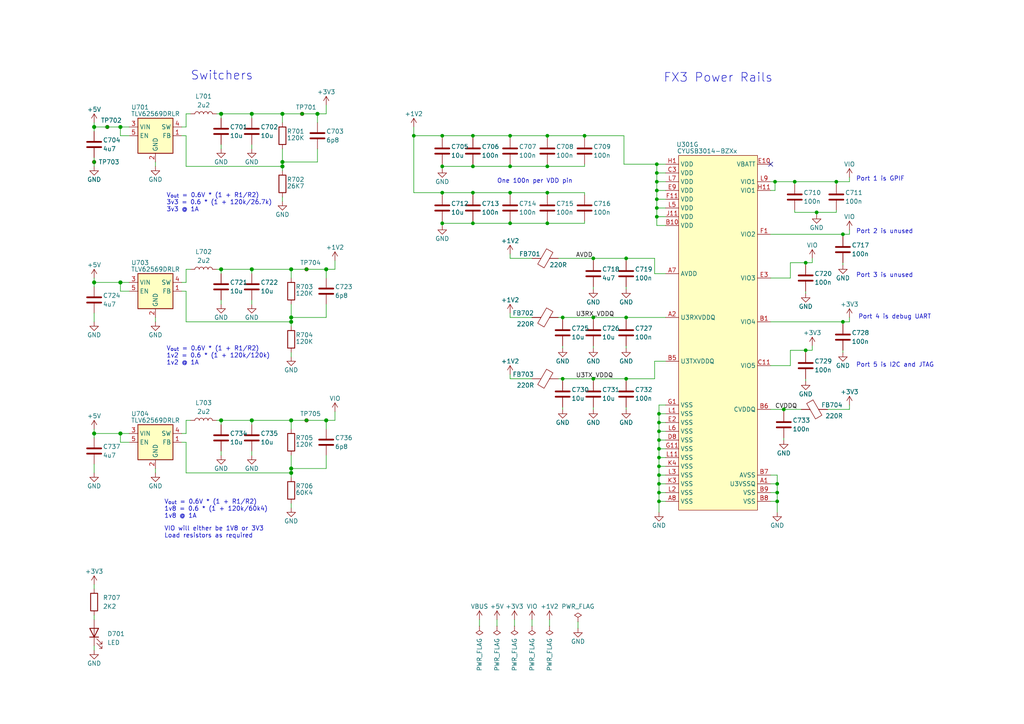
<source format=kicad_sch>
(kicad_sch (version 20211123) (generator eeschema)
  (paper "A4")
  (title_block (title "Voyager Logic") (date "2022-11-26") (rev "0.1") (company "Josh Johnson"))
  (junction (at 137.16 39.37))
  (junction (at 64.135 121.92) (diameter 1.016))
  (junction (at 236.855 61.595))
  (junction (at 84.455 92.075) (diameter 1.016))
  (junction (at 137.16 55.88))
  (junction (at 181.61 74.93))
  (junction (at 128.27 48.26))
  (junction (at 191.135 145.415))
  (junction (at 191.135 120.015))
  (junction (at 158.75 55.88))
  (junction (at 190.5 62.865))
  (junction (at 230.505 52.705))
  (junction (at 73.025 121.92) (diameter 1.016))
  (junction (at 158.75 64.77))
  (junction (at 169.545 39.37))
  (junction (at 81.915 46.99) (diameter 1.016))
  (junction (at 191.135 135.255))
  (junction (at 147.955 39.37))
  (junction (at 233.68 101.6))
  (junction (at 128.27 39.37))
  (junction (at 191.135 132.715))
  (junction (at 84.455 78.105) (diameter 1.016))
  (junction (at 181.61 109.855))
  (junction (at 225.425 140.335))
  (junction (at 84.455 137.16) (diameter 1.016))
  (junction (at 191.135 142.875))
  (junction (at 31.115 36.83))
  (junction (at 227.33 118.745))
  (junction (at 73.025 78.105) (diameter 1.016))
  (junction (at 128.27 64.77))
  (junction (at 147.955 64.77))
  (junction (at 172.085 74.93))
  (junction (at 191.135 130.175))
  (junction (at 81.915 48.26) (diameter 1.016))
  (junction (at 64.135 33.02) (diameter 1.016))
  (junction (at 158.75 39.37))
  (junction (at 137.16 48.26))
  (junction (at 34.925 125.73) (diameter 1.016))
  (junction (at 147.955 48.26))
  (junction (at 191.135 137.795))
  (junction (at 92.075 33.02) (diameter 1.016))
  (junction (at 34.925 81.915) (diameter 1.016))
  (junction (at 172.085 109.855))
  (junction (at 87.63 33.02))
  (junction (at 224.79 52.705))
  (junction (at 84.455 135.89) (diameter 1.016))
  (junction (at 191.135 127.635))
  (junction (at 244.475 93.345))
  (junction (at 244.475 67.945))
  (junction (at 190.5 47.625))
  (junction (at 84.455 121.92) (diameter 1.016))
  (junction (at 225.425 142.875))
  (junction (at 163.195 109.855))
  (junction (at 27.305 36.83) (diameter 1.016))
  (junction (at 163.195 92.075))
  (junction (at 27.305 81.915) (diameter 1.016))
  (junction (at 94.615 121.92) (diameter 1.016))
  (junction (at 64.135 78.105) (diameter 1.016))
  (junction (at 158.75 48.26))
  (junction (at 190.5 50.165))
  (junction (at 191.135 122.555))
  (junction (at 191.135 125.095))
  (junction (at 190.5 52.705))
  (junction (at 88.9 78.105))
  (junction (at 84.455 93.345) (diameter 1.016))
  (junction (at 233.68 76.2))
  (junction (at 73.025 33.02) (diameter 1.016))
  (junction (at 181.61 92.075))
  (junction (at 34.925 36.83) (diameter 1.016))
  (junction (at 81.915 33.02) (diameter 1.016))
  (junction (at 27.305 125.73) (diameter 1.016))
  (junction (at 137.16 64.77))
  (junction (at 225.425 145.415))
  (junction (at 88.9 121.92))
  (junction (at 190.5 55.245))
  (junction (at 191.135 140.335))
  (junction (at 172.085 92.075))
  (junction (at 120.015 39.37))
  (junction (at 147.955 55.88))
  (junction (at 27.305 46.99))
  (junction (at 128.27 55.88))
  (junction (at 94.615 78.105) (diameter 1.016))
  (junction (at 242.57 52.705))
  (junction (at 190.5 60.325))
  (junction (at 190.5 57.785))
  (no_connect (at 223.52 47.625))
  (wire (pts (xy 235.585 74.93) (xy 235.585 76.2)))
  (wire (pts (xy 191.135 120.015) (xy 191.135 122.555)))
  (wire (pts (xy 149.225 179.705) (xy 149.225 181.61)))
  (wire (pts (xy 84.455 102.235) (xy 84.455 103.505)))
  (wire (pts (xy 128.27 39.37) (xy 128.27 40.005)))
  (wire (pts (xy 27.305 169.545) (xy 27.305 170.815)))
  (wire (pts (xy 181.61 74.93) (xy 189.865 74.93)))
  (wire (pts (xy 172.085 83.185) (xy 172.085 83.82)))
  (wire (pts (xy 94.615 78.105) (xy 94.615 80.645)))
  (wire (pts (xy 81.915 33.02) (xy 87.63 33.02)))
  (wire (pts (xy 62.865 33.02) (xy 64.135 33.02)))
  (wire (pts (xy 94.615 121.92) (xy 97.155 121.92)))
  (wire (pts (xy 87.63 33.02) (xy 92.075 33.02)))
  (wire (pts (xy 27.305 134.62) (xy 27.305 137.16)))
  (wire (pts (xy 224.79 52.705) (xy 230.505 52.705)))
  (wire (pts (xy 53.975 84.455) (xy 53.975 93.345)))
  (wire (pts (xy 246.38 51.435) (xy 246.38 52.705)))
  (wire (pts (xy 128.27 55.88) (xy 128.27 56.515)))
  (wire (pts (xy 163.195 109.855) (xy 161.925 109.855)))
  (wire (pts (xy 137.16 55.88) (xy 128.27 55.88)))
  (wire (pts (xy 64.135 33.02) (xy 64.135 34.29)))
  (wire (pts (xy 172.085 74.93) (xy 172.085 75.565)))
  (wire (pts (xy 84.455 92.075) (xy 94.615 92.075)))
  (wire (pts (xy 53.975 39.37) (xy 53.975 48.26)))
  (wire (pts (xy 169.545 48.26) (xy 169.545 47.625)))
  (wire (pts (xy 73.025 130.81) (xy 73.025 132.08)))
  (wire (pts (xy 158.75 64.135) (xy 158.75 64.77)))
  (wire (pts (xy 244.475 101.6) (xy 244.475 102.235)))
  (wire (pts (xy 53.975 121.92) (xy 55.245 121.92)))
  (wire (pts (xy 191.135 125.095) (xy 191.135 127.635)))
  (wire (pts (xy 120.015 36.83) (xy 120.015 39.37)))
  (wire (pts (xy 64.135 41.91) (xy 64.135 43.18)))
  (wire (pts (xy 53.975 93.345) (xy 84.455 93.345)))
  (wire (pts (xy 169.545 40.005) (xy 169.545 39.37)))
  (wire (pts (xy 97.155 121.92) (xy 97.155 119.38)))
  (wire (pts (xy 84.455 137.16) (xy 84.455 138.43)))
  (wire (pts (xy 128.27 55.88) (xy 120.015 55.88)))
  (wire (pts (xy 240.03 118.745) (xy 246.38 118.745)))
  (wire (pts (xy 181.61 109.855) (xy 181.61 110.49)))
  (wire (pts (xy 223.52 93.345) (xy 244.475 93.345)))
  (wire (pts (xy 147.955 73.66) (xy 147.955 74.93)))
  (wire (pts (xy 172.085 118.11) (xy 172.085 118.745)))
  (wire (pts (xy 233.68 101.6) (xy 233.68 102.235)))
  (wire (pts (xy 180.975 47.625) (xy 180.975 39.37)))
  (wire (pts (xy 27.305 125.73) (xy 27.305 127)))
  (wire (pts (xy 244.475 93.345) (xy 244.475 93.98)))
  (wire (pts (xy 92.075 33.02) (xy 94.615 33.02)))
  (wire (pts (xy 137.16 48.26) (xy 147.955 48.26)))
  (wire (pts (xy 236.855 61.595) (xy 242.57 61.595)))
  (wire (pts (xy 193.04 125.095) (xy 191.135 125.095)))
  (wire (pts (xy 34.925 84.455) (xy 34.925 81.915)))
  (wire (pts (xy 190.5 47.625) (xy 193.04 47.625)))
  (wire (pts (xy 223.52 140.335) (xy 225.425 140.335)))
  (wire (pts (xy 147.955 108.585) (xy 147.955 109.855)))
  (wire (pts (xy 137.16 55.88) (xy 137.16 56.515)))
  (wire (pts (xy 27.305 124.46) (xy 27.305 125.73)))
  (wire (pts (xy 147.955 64.77) (xy 158.75 64.77)))
  (wire (pts (xy 180.975 39.37) (xy 169.545 39.37)))
  (wire (pts (xy 53.975 78.105) (xy 55.245 78.105)))
  (wire (pts (xy 81.915 46.99) (xy 92.075 46.99)))
  (wire (pts (xy 169.545 56.515) (xy 169.545 55.88)))
  (wire (pts (xy 181.61 92.075) (xy 172.085 92.075)))
  (wire (pts (xy 34.925 125.73) (xy 37.465 125.73)))
  (wire (pts (xy 128.27 64.77) (xy 137.16 64.77)))
  (wire (pts (xy 53.975 128.27) (xy 53.975 137.16)))
  (wire (pts (xy 244.475 67.945) (xy 246.38 67.945)))
  (wire (pts (xy 190.5 62.865) (xy 193.04 62.865)))
  (wire (pts (xy 181.61 83.185) (xy 181.61 83.82)))
  (wire (pts (xy 81.915 57.15) (xy 81.915 58.42)))
  (wire (pts (xy 52.705 125.73) (xy 53.975 125.73)))
  (wire (pts (xy 190.5 65.405) (xy 190.5 62.865)))
  (wire (pts (xy 190.5 57.785) (xy 193.04 57.785)))
  (wire (pts (xy 147.955 55.88) (xy 158.75 55.88)))
  (wire (pts (xy 147.955 39.37) (xy 158.75 39.37)))
  (wire (pts (xy 193.04 145.415) (xy 191.135 145.415)))
  (wire (pts (xy 233.68 76.2) (xy 233.68 76.835)))
  (wire (pts (xy 242.57 52.705) (xy 242.57 53.34)))
  (wire (pts (xy 225.425 145.415) (xy 225.425 148.59)))
  (wire (pts (xy 64.135 121.92) (xy 64.135 123.19)))
  (wire (pts (xy 45.085 46.99) (xy 45.085 48.26)))
  (wire (pts (xy 227.33 127) (xy 227.33 127.635)))
  (wire (pts (xy 52.705 81.915) (xy 53.975 81.915)))
  (wire (pts (xy 128.27 47.625) (xy 128.27 48.26)))
  (wire (pts (xy 147.955 39.37) (xy 137.16 39.37)))
  (wire (pts (xy 34.925 81.915) (xy 37.465 81.915)))
  (wire (pts (xy 190.5 60.325) (xy 193.04 60.325)))
  (wire (pts (xy 34.925 125.73) (xy 27.305 125.73)))
  (wire (pts (xy 144.145 179.705) (xy 144.145 181.61)))
  (wire (pts (xy 191.135 127.635) (xy 191.135 130.175)))
  (wire (pts (xy 229.235 101.6) (xy 233.68 101.6)))
  (wire (pts (xy 147.955 55.88) (xy 137.16 55.88)))
  (wire (pts (xy 193.04 117.475) (xy 191.135 117.475)))
  (wire (pts (xy 147.955 48.26) (xy 147.955 47.625)))
  (wire (pts (xy 193.04 142.875) (xy 191.135 142.875)))
  (wire (pts (xy 223.52 80.645) (xy 229.235 80.645)))
  (wire (pts (xy 225.425 142.875) (xy 225.425 145.415)))
  (wire (pts (xy 62.865 121.92) (xy 64.135 121.92)))
  (wire (pts (xy 92.075 33.02) (xy 92.075 35.56)))
  (wire (pts (xy 190.5 47.625) (xy 180.975 47.625)))
  (wire (pts (xy 223.52 145.415) (xy 225.425 145.415)))
  (wire (pts (xy 246.38 117.475) (xy 246.38 118.745)))
  (wire (pts (xy 227.33 118.745) (xy 232.41 118.745)))
  (wire (pts (xy 181.61 100.33) (xy 181.61 100.965)))
  (wire (pts (xy 81.915 43.18) (xy 81.915 46.99)))
  (wire (pts (xy 34.925 36.83) (xy 37.465 36.83)))
  (wire (pts (xy 52.705 39.37) (xy 53.975 39.37)))
  (wire (pts (xy 137.16 47.625) (xy 137.16 48.26)))
  (wire (pts (xy 128.27 64.77) (xy 128.27 65.405)))
  (wire (pts (xy 190.5 52.705) (xy 193.04 52.705)))
  (wire (pts (xy 37.465 128.27) (xy 34.925 128.27)))
  (wire (pts (xy 27.305 46.99) (xy 27.305 48.26)))
  (wire (pts (xy 191.135 117.475) (xy 191.135 120.015)))
  (wire (pts (xy 169.545 55.88) (xy 158.75 55.88)))
  (wire (pts (xy 181.61 92.075) (xy 181.61 92.71)))
  (wire (pts (xy 73.025 41.91) (xy 73.025 43.18)))
  (wire (pts (xy 64.135 33.02) (xy 73.025 33.02)))
  (wire (pts (xy 84.455 121.92) (xy 88.9 121.92)))
  (wire (pts (xy 193.04 79.375) (xy 189.865 79.375)))
  (wire (pts (xy 31.115 36.83) (xy 27.305 36.83)))
  (wire (pts (xy 224.79 55.245) (xy 223.52 55.245)))
  (wire (pts (xy 229.235 80.645) (xy 229.235 76.2)))
  (wire (pts (xy 92.075 46.99) (xy 92.075 43.18)))
  (wire (pts (xy 181.61 74.93) (xy 181.61 75.565)))
  (wire (pts (xy 53.975 48.26) (xy 81.915 48.26)))
  (wire (pts (xy 190.5 52.705) (xy 190.5 50.165)))
  (wire (pts (xy 81.915 46.99) (xy 81.915 48.26)))
  (wire (pts (xy 73.025 121.92) (xy 84.455 121.92)))
  (wire (pts (xy 27.305 187.325) (xy 27.305 188.595)))
  (wire (pts (xy 128.27 48.26) (xy 137.16 48.26)))
  (wire (pts (xy 191.135 122.555) (xy 191.135 125.095)))
  (wire (pts (xy 73.025 86.995) (xy 73.025 88.265)))
  (wire (pts (xy 191.135 137.795) (xy 191.135 140.335)))
  (wire (pts (xy 233.68 76.2) (xy 235.585 76.2)))
  (wire (pts (xy 161.925 74.93) (xy 172.085 74.93)))
  (wire (pts (xy 172.085 100.33) (xy 172.085 100.965)))
  (wire (pts (xy 84.455 146.05) (xy 84.455 147.32)))
  (wire (pts (xy 223.52 106.045) (xy 229.235 106.045)))
  (wire (pts (xy 193.04 130.175) (xy 191.135 130.175)))
  (wire (pts (xy 154.305 179.705) (xy 154.305 181.61)))
  (wire (pts (xy 193.04 132.715) (xy 191.135 132.715)))
  (wire (pts (xy 235.585 100.33) (xy 235.585 101.6)))
  (wire (pts (xy 97.155 78.105) (xy 97.155 75.565)))
  (wire (pts (xy 73.025 121.92) (xy 73.025 123.19)))
  (wire (pts (xy 158.75 48.26) (xy 169.545 48.26)))
  (wire (pts (xy 189.865 79.375) (xy 189.865 74.93)))
  (wire (pts (xy 242.57 60.96) (xy 242.57 61.595)))
  (wire (pts (xy 224.79 52.705) (xy 224.79 55.245)))
  (wire (pts (xy 158.75 55.88) (xy 158.75 56.515)))
  (wire (pts (xy 193.04 120.015) (xy 191.135 120.015)))
  (wire (pts (xy 190.5 62.865) (xy 190.5 60.325)))
  (wire (pts (xy 154.305 74.93) (xy 147.955 74.93)))
  (wire (pts (xy 84.455 78.105) (xy 88.9 78.105)))
  (wire (pts (xy 27.305 80.645) (xy 27.305 81.915)))
  (wire (pts (xy 158.75 64.77) (xy 169.545 64.77)))
  (wire (pts (xy 34.925 39.37) (xy 34.925 36.83)))
  (wire (pts (xy 73.025 33.02) (xy 73.025 34.29)))
  (wire (pts (xy 172.085 109.855) (xy 172.085 110.49)))
  (wire (pts (xy 230.505 52.705) (xy 230.505 53.34)))
  (wire (pts (xy 73.025 33.02) (xy 81.915 33.02)))
  (wire (pts (xy 225.425 137.795) (xy 225.425 140.335)))
  (wire (pts (xy 27.305 35.56) (xy 27.305 36.83)))
  (wire (pts (xy 84.455 93.345) (xy 84.455 94.615)))
  (wire (pts (xy 64.135 121.92) (xy 73.025 121.92)))
  (wire (pts (xy 230.505 60.96) (xy 230.505 61.595)))
  (wire (pts (xy 223.52 67.945) (xy 244.475 67.945)))
  (wire (pts (xy 158.75 47.625) (xy 158.75 48.26)))
  (wire (pts (xy 193.04 65.405) (xy 190.5 65.405)))
  (wire (pts (xy 169.545 39.37) (xy 158.75 39.37)))
  (wire (pts (xy 193.04 137.795) (xy 191.135 137.795)))
  (wire (pts (xy 181.61 92.075) (xy 193.04 92.075)))
  (wire (pts (xy 64.135 130.81) (xy 64.135 132.08)))
  (wire (pts (xy 88.9 121.92) (xy 94.615 121.92)))
  (wire (pts (xy 84.455 132.08) (xy 84.455 135.89)))
  (wire (pts (xy 169.545 64.77) (xy 169.545 64.135)))
  (wire (pts (xy 233.68 84.455) (xy 233.68 85.09)))
  (wire (pts (xy 53.975 125.73) (xy 53.975 121.92)))
  (wire (pts (xy 181.61 118.11) (xy 181.61 118.745)))
  (wire (pts (xy 191.135 132.715) (xy 191.135 135.255)))
  (wire (pts (xy 244.475 67.945) (xy 244.475 68.58)))
  (wire (pts (xy 147.955 64.77) (xy 147.955 64.135)))
  (wire (pts (xy 34.925 128.27) (xy 34.925 125.73)))
  (wire (pts (xy 147.955 40.005) (xy 147.955 39.37)))
  (wire (pts (xy 139.065 179.705) (xy 139.065 181.61)))
  (wire (pts (xy 84.455 135.89) (xy 84.455 137.16)))
  (wire (pts (xy 88.9 78.105) (xy 94.615 78.105)))
  (wire (pts (xy 244.475 76.2) (xy 244.475 76.835)))
  (wire (pts (xy 147.955 48.26) (xy 158.75 48.26)))
  (wire (pts (xy 128.27 64.135) (xy 128.27 64.77)))
  (wire (pts (xy 84.455 78.105) (xy 84.455 80.645)))
  (wire (pts (xy 172.085 109.855) (xy 163.195 109.855)))
  (wire (pts (xy 94.615 33.02) (xy 94.615 30.48)))
  (wire (pts (xy 53.975 137.16) (xy 84.455 137.16)))
  (wire (pts (xy 37.465 84.455) (xy 34.925 84.455)))
  (wire (pts (xy 154.305 109.855) (xy 147.955 109.855)))
  (wire (pts (xy 190.5 55.245) (xy 190.5 52.705)))
  (wire (pts (xy 73.025 78.105) (xy 73.025 79.375)))
  (wire (pts (xy 27.305 90.805) (xy 27.305 93.345)))
  (wire (pts (xy 163.195 92.075) (xy 163.195 92.71)))
  (wire (pts (xy 120.015 39.37) (xy 128.27 39.37)))
  (wire (pts (xy 81.915 33.02) (xy 81.915 35.56)))
  (wire (pts (xy 189.865 104.775) (xy 193.04 104.775)))
  (wire (pts (xy 246.38 66.675) (xy 246.38 67.945)))
  (wire (pts (xy 34.925 36.83) (xy 31.115 36.83)))
  (wire (pts (xy 163.195 109.855) (xy 163.195 110.49)))
  (wire (pts (xy 229.235 106.045) (xy 229.235 101.6)))
  (wire (pts (xy 52.705 128.27) (xy 53.975 128.27)))
  (wire (pts (xy 223.52 118.745) (xy 227.33 118.745)))
  (wire (pts (xy 53.975 33.02) (xy 55.245 33.02)))
  (wire (pts (xy 244.475 93.345) (xy 246.38 93.345)))
  (wire (pts (xy 137.16 39.37) (xy 128.27 39.37)))
  (wire (pts (xy 62.865 78.105) (xy 64.135 78.105)))
  (wire (pts (xy 236.855 62.23) (xy 236.855 61.595)))
  (wire (pts (xy 159.385 179.705) (xy 159.385 181.61)))
  (wire (pts (xy 230.505 61.595) (xy 236.855 61.595)))
  (wire (pts (xy 191.135 145.415) (xy 191.135 148.59)))
  (wire (pts (xy 189.865 109.855) (xy 189.865 104.775)))
  (wire (pts (xy 147.955 90.805) (xy 147.955 92.075)))
  (wire (pts (xy 191.135 140.335) (xy 191.135 142.875)))
  (wire (pts (xy 190.5 57.785) (xy 190.5 55.245)))
  (wire (pts (xy 64.135 86.995) (xy 64.135 88.265)))
  (wire (pts (xy 27.305 178.435) (xy 27.305 179.705)))
  (wire (pts (xy 64.135 78.105) (xy 64.135 79.375)))
  (wire (pts (xy 27.305 81.915) (xy 27.305 83.185)))
  (wire (pts (xy 191.135 142.875) (xy 191.135 145.415)))
  (wire (pts (xy 193.04 135.255) (xy 191.135 135.255)))
  (wire (pts (xy 193.04 140.335) (xy 191.135 140.335)))
  (wire (pts (xy 84.455 135.89) (xy 94.615 135.89)))
  (wire (pts (xy 45.085 135.89) (xy 45.085 137.16)))
  (wire (pts (xy 223.52 137.795) (xy 225.425 137.795)))
  (wire (pts (xy 81.915 48.26) (xy 81.915 49.53)))
  (wire (pts (xy 191.135 135.255) (xy 191.135 137.795)))
  (wire (pts (xy 190.5 60.325) (xy 190.5 57.785)))
  (wire (pts (xy 227.33 118.745) (xy 227.33 119.38)))
  (wire (pts (xy 172.085 92.075) (xy 172.085 92.71)))
  (wire (pts (xy 225.425 140.335) (xy 225.425 142.875)))
  (wire (pts (xy 223.52 52.705) (xy 224.79 52.705)))
  (wire (pts (xy 167.64 182.245) (xy 167.64 180.34)))
  (wire (pts (xy 163.195 118.11) (xy 163.195 118.745)))
  (wire (pts (xy 233.68 109.855) (xy 233.68 110.49)))
  (wire (pts (xy 223.52 142.875) (xy 225.425 142.875)))
  (wire (pts (xy 190.5 50.165) (xy 193.04 50.165)))
  (wire (pts (xy 190.5 55.245) (xy 193.04 55.245)))
  (wire (pts (xy 120.015 39.37) (xy 120.015 55.88)))
  (wire (pts (xy 158.75 39.37) (xy 158.75 40.005)))
  (wire (pts (xy 27.305 36.83) (xy 27.305 38.1)))
  (wire (pts (xy 52.705 84.455) (xy 53.975 84.455)))
  (wire (pts (xy 193.04 127.635) (xy 191.135 127.635)))
  (wire (pts (xy 172.085 92.075) (xy 163.195 92.075)))
  (wire (pts (xy 193.04 122.555) (xy 191.135 122.555)))
  (wire (pts (xy 246.38 92.075) (xy 246.38 93.345)))
  (wire (pts (xy 27.305 45.72) (xy 27.305 46.99)))
  (wire (pts (xy 73.025 78.105) (xy 84.455 78.105)))
  (wire (pts (xy 64.135 78.105) (xy 73.025 78.105)))
  (wire (pts (xy 128.27 48.26) (xy 128.27 48.895)))
  (wire (pts (xy 230.505 52.705) (xy 242.57 52.705)))
  (wire (pts (xy 137.16 64.77) (xy 147.955 64.77)))
  (wire (pts (xy 34.925 81.915) (xy 27.305 81.915)))
  (wire (pts (xy 94.615 92.075) (xy 94.615 88.265)))
  (wire (pts (xy 154.305 92.075) (xy 147.955 92.075)))
  (wire (pts (xy 163.195 100.33) (xy 163.195 100.965)))
  (wire (pts (xy 84.455 92.075) (xy 84.455 93.345)))
  (wire (pts (xy 181.61 74.93) (xy 172.085 74.93)))
  (wire (pts (xy 181.61 109.855) (xy 172.085 109.855)))
  (wire (pts (xy 94.615 135.89) (xy 94.615 132.08)))
  (wire (pts (xy 229.235 76.2) (xy 233.68 76.2)))
  (wire (pts (xy 53.975 81.915) (xy 53.975 78.105)))
  (wire (pts (xy 242.57 52.705) (xy 246.38 52.705)))
  (wire (pts (xy 147.955 56.515) (xy 147.955 55.88)))
  (wire (pts (xy 233.68 101.6) (xy 235.585 101.6)))
  (wire (pts (xy 137.16 64.135) (xy 137.16 64.77)))
  (wire (pts (xy 94.615 121.92) (xy 94.615 124.46)))
  (wire (pts (xy 53.975 36.83) (xy 53.975 33.02)))
  (wire (pts (xy 163.195 92.075) (xy 161.925 92.075)))
  (wire (pts (xy 191.135 130.175) (xy 191.135 132.715)))
  (wire (pts (xy 94.615 78.105) (xy 97.155 78.105)))
  (wire (pts (xy 37.465 39.37) (xy 34.925 39.37)))
  (wire (pts (xy 181.61 109.855) (xy 189.865 109.855)))
  (wire (pts (xy 190.5 50.165) (xy 190.5 47.625)))
  (wire (pts (xy 52.705 36.83) (xy 53.975 36.83)))
  (wire (pts (xy 45.085 92.075) (xy 45.085 93.345)))
  (wire (pts (xy 137.16 39.37) (xy 137.16 40.005)))
  (wire (pts (xy 84.455 88.265) (xy 84.455 92.075)))
  (wire (pts (xy 84.455 121.92) (xy 84.455 124.46)))
  (text "V_{out} = 0.6V * (1 + R1/R2)\n3v3 = 0.6 * (1 + 120k/26.7k)\n3v3 @ 1A" (at 48.26 61.595 0) (effects (font (size 1.27 1.27)) (justify left bottom)))
  (text "V_{out} = 0.6V * (1 + R1/R2)\n1v8 = 0.6 * (1 + 120k/60k4)\n1v8 @ 1A" (at 47.625 150.495 0) (effects (font (size 1.27 1.27)) (justify left bottom)))
  (text "Switchers" (at 55.245 23.495 0) (effects (font (size 2.54 2.54)) (justify left bottom)))
  (text "FX3 Power Rails" (at 192.405 24.13 0) (effects (font (size 2.54 2.54)) (justify left bottom)))
  (text "Port 2 is unused" (at 248.285 67.945 0) (effects (font (size 1.27 1.27)) (justify left bottom)))
  (text "Port 4 is debug UART" (at 248.92 92.71 0) (effects (font (size 1.27 1.27)) (justify left bottom)))
  (text "One 100n per VDD pin" (at 144.145 53.34 0) (effects (font (size 1.27 1.27)) (justify left bottom)))
  (text "Port 3 is unused" (at 248.285 80.645 0) (effects (font (size 1.27 1.27)) (justify left bottom)))
  (text "V_{out} = 0.6V * (1 + R1/R2)\n1v2 = 0.6 * (1 + 120k/120k)\n1v2 @ 1A" (at 48.26 106.045 0) (effects (font (size 1.27 1.27)) (justify left bottom)))
  (text "Port 1 is GPIF" (at 248.285 52.705 0) (effects (font (size 1.27 1.27)) (justify left bottom)))
  (text "Port 5 is I2C and JTAG" (at 248.285 106.68 0) (effects (font (size 1.27 1.27)) (justify left bottom)))
  (text "VIO will either be 1V8 or 3V3\nLoad resistors as required" (at 47.625 156.21 0) (effects (font (size 1.27 1.27)) (justify left bottom)))
  (label "U3RX_VDDQ" (at 167.005 92.075 0))
  (label "AVDD" (at 167.005 74.93 0))
  (label "U3TX_VDDQ" (at 167.005 109.855 0))
  (label "CVDDQ" (at 224.79 118.745 0))
  (symbol (lib_id "power:GND") (at 27.305 137.16 0) (unit 1)
    (property "Reference" "#PWR0745" (effects hide))
    (property "Value" "GND" (at 27.305 140.97 0))
  )
  (symbol (lib_id "power:+5V") (at 27.305 35.56 0) (unit 1)
    (property "Reference" "#PWR0702" (effects hide))
    (property "Value" "+5V" (at 27.305 31.75 0))
  )
  (symbol (lib_id "power:+3V3") (at 94.615 30.48 0) (unit 1)
    (property "Reference" "#PWR0701" (effects hide))
    (property "Value" "+3V3" (at 94.615 26.67 0))
  )
  (symbol (lib_id "Device:C") (at 64.135 38.1 0) (unit 1)
    (property "Reference" "C701" (at 66.675 36.83 0) (effects (justify left)))
    (property "Value" "10u" (at 66.675 39.37 0) (effects (justify left)))
    (property "Footprint" "Capacitor_SMD:C_0603_1608Metric" (effects hide))
    (property "LCSC" "C96446" (effects hide))
    (property "MPN" "CL10A106MA8NRNC" (effects hide))
    (property "Manufacturer" "Samsung Electro-Mechanics" (effects hide))
  )
  (symbol (lib_id "Device:R") (at 84.455 84.455 0) (unit 1)
    (property "Reference" "R703" (at 85.725 83.185 0) (effects (justify left)))
    (property "Value" "120K" (at 85.725 85.09 0) (effects (justify left)))
    (property "Footprint" "Resistor_SMD:R_0402_1005Metric" (effects hide))
    (property "MPN" "RC0402FR-07120KL" (effects hide))
    (property "Manufacturer" "Yageo" (effects hide))
    (property "LCSC" "C93945" (effects hide))
  )
  (symbol (lib_id "power:PWR_FLAG") (at 139.065 181.61 180) (unit 1)
    (property "Reference" "#FLG0105" (effects hide))
    (property "Value" "PWR_FLAG" (at 139.065 189.865 90))
  )
  (symbol (lib_id "Device:R") (at 81.915 39.37 0) (unit 1)
    (property "Reference" "R701" (at 83.185 38.1 0) (effects (justify left)))
    (property "Value" "120K" (at 83.185 40.005 0) (effects (justify left)))
    (property "Footprint" "Resistor_SMD:R_0402_1005Metric" (effects hide))
    (property "MPN" "RC0402FR-07120KL" (effects hide))
    (property "Manufacturer" "Yageo" (effects hide))
    (property "LCSC" "C93945" (effects hide))
  )
  (symbol (lib_id "Device:C") (at 94.615 84.455 0) (unit 1)
    (property "Reference" "C723" (at 97.155 83.185 0) (effects (justify left)))
    (property "Value" "6p8" (at 97.155 85.725 0) (effects (justify left)))
    (property "Footprint" "Capacitor_SMD:C_0402_1005Metric" (effects hide))
    (property "LCSC" "C1525" (effects hide))
    (property "MPN" "CL05B104KO5NNNC" (effects hide))
    (property "Manufacturer" "Samsung Electro-Mechanics" (effects hide))
  )
  (symbol (lib_id "Device:C") (at 230.505 57.15 0) (unit 1)
    (property "Reference" "C710" (at 233.045 55.88 0) (effects (justify left)))
    (property "Value" "100n" (at 233.045 58.42 0) (effects (justify left)))
    (property "Footprint" "Capacitor_SMD:C_0402_1005Metric" (effects hide))
    (property "LCSC" "C307331" (effects hide))
    (property "MPN" "CL05B104KB54PNC" (effects hide))
    (property "Manufacturer" "Samsung Electro-Mechanics" (effects hide))
  )
  (symbol (lib_id "power:GND") (at 84.455 103.505 0) (unit 1)
    (property "Reference" "#PWR0733" (effects hide))
    (property "Value" "GND" (at 84.455 107.315 0))
  )
  (symbol (lib_id "josh-power:VIO") (at 235.585 74.93 0) (unit 1)
    (property "Reference" "#PWR0715" (effects hide))
    (property "Value" "VIO" (at 235.585 71.12 0))
  )
  (symbol (lib_id "power:GND") (at 27.305 93.345 0) (unit 1)
    (property "Reference" "#PWR0726" (effects hide))
    (property "Value" "GND" (at 27.305 97.155 0))
  )
  (symbol (lib_id "Device:LED") (at 27.305 183.515 90) (unit 1)
    (property "Reference" "D701" (at 31.115 183.8324 90) (effects (justify right)))
    (property "Value" "LED" (at 31.115 186.3724 90) (effects (justify right)))
    (property "Footprint" "LED_SMD:LED_0603_1608Metric" (effects hide))
    (property "MPN" "OSK40603C1E" (effects hide))
    (property "Manufacturer" "OptoSupply" (effects hide))
  )
  (symbol (lib_id "Connector:TestPoint_Small") (at 31.115 36.83 0) (unit 1) (in_bom no)
    (property "Reference" "TP702" (at 29.2359 34.925 0) (effects (justify left)))
    (property "Value" "TP" (effects hide))
    (property "Footprint" "josh-test-point:TestPoint_SMDPad_D1.0mm_NO_SILK" (effects hide))
  )
  (symbol (lib_id "Device:C") (at 163.195 114.3 0) (unit 1)
    (property "Reference" "C730" (at 165.735 113.03 0) (effects (justify left)))
    (property "Value" "10u" (at 165.735 115.57 0) (effects (justify left)))
    (property "Footprint" "Capacitor_SMD:C_0603_1608Metric" (effects hide))
    (property "LCSC" "C96446" (effects hide))
    (property "MPN" "CL10A106MA8NRNC" (effects hide))
    (property "Manufacturer" "Samsung Electro-Mechanics" (effects hide))
  )
  (symbol (lib_id "josh-passive:Ferrite_Bead_PWR") (at 158.115 109.855 0) (unit 1)
    (property "Reference" "FB703" (at 151.765 108.585 0))
    (property "Value" "220R" (at 152.4 111.76 0))
    (property "Footprint" "Resistor_SMD:R_0402_1005Metric" (effects hide))
    (property "MPN" "BLM15PX221SN1D" (effects hide))
    (property "Manufacturer" "Murata Electronics" (effects hide))
    (property "LCSC" "C160973" (effects hide))
  )
  (symbol (lib_id "Device:C") (at 181.61 96.52 0) (unit 1)
    (property "Reference" "C727" (at 184.15 95.25 0) (effects (justify left)))
    (property "Value" "100n" (at 184.15 97.79 0) (effects (justify left)))
    (property "Footprint" "Capacitor_SMD:C_0402_1005Metric" (effects hide))
    (property "LCSC" "C307331" (effects hide))
    (property "MPN" "CL05B104KB54PNC" (effects hide))
    (property "Manufacturer" "Samsung Electro-Mechanics" (effects hide))
  )
  (symbol (lib_id "power:+3V3") (at 246.38 117.475 0) (unit 1)
    (property "Reference" "#PWR0736" (effects hide))
    (property "Value" "+3V3" (at 246.38 113.665 0))
  )
  (symbol (lib_id "power:+1V2") (at 120.015 36.83 0) (unit 1)
    (property "Reference" "#PWR0703" (effects hide))
    (property "Value" "+1V2" (at 120.015 33.02 0))
  )
  (symbol (lib_id "power:GND") (at 45.085 48.26 0) (unit 1)
    (property "Reference" "#PWR0707" (effects hide))
    (property "Value" "GND" (at 45.085 52.07 0))
  )
  (symbol (lib_id "Device:C") (at 227.33 123.19 0) (unit 1)
    (property "Reference" "C733" (at 229.87 121.92 0) (effects (justify left)))
    (property "Value" "100n" (at 229.87 124.46 0) (effects (justify left)))
    (property "Footprint" "Capacitor_SMD:C_0402_1005Metric" (effects hide))
    (property "LCSC" "C307331" (effects hide))
    (property "MPN" "CL05B104KB54PNC" (effects hide))
    (property "Manufacturer" "Samsung Electro-Mechanics" (effects hide))
  )
  (symbol (lib_id "power:+5V") (at 27.305 124.46 0) (unit 1)
    (property "Reference" "#PWR0741" (effects hide))
    (property "Value" "+5V" (at 27.305 120.65 0))
  )
  (symbol (lib_id "power:GND") (at 181.61 83.82 0) (mirror y) (unit 1)
    (property "Reference" "#PWR0720" (effects hide))
    (property "Value" "GND" (at 181.61 87.63 0))
  )
  (symbol (lib_id "Device:C") (at 73.025 38.1 0) (unit 1)
    (property "Reference" "C702" (at 75.565 36.83 0) (effects (justify left)))
    (property "Value" "10u" (at 75.565 39.37 0) (effects (justify left)))
    (property "Footprint" "Capacitor_SMD:C_0603_1608Metric" (effects hide))
    (property "LCSC" "C96446" (effects hide))
    (property "MPN" "CL10A106MA8NRNC" (effects hide))
    (property "Manufacturer" "Samsung Electro-Mechanics" (effects hide))
  )
  (symbol (lib_id "josh-passive:Ferrite_Bead_PWR") (at 236.22 118.745 0) (mirror y) (unit 1)
    (property "Reference" "FB704" (at 241.3 117.475 0))
    (property "Value" "220R" (at 241.935 120.65 0))
    (property "Footprint" "Resistor_SMD:R_0402_1005Metric" (effects hide))
    (property "MPN" "BLM15PX221SN1D" (effects hide))
    (property "Manufacturer" "Murata Electronics" (effects hide))
    (property "LCSC" "C160973" (effects hide))
  )
  (symbol (lib_id "power:+1V2") (at 147.955 90.805 0) (unit 1)
    (property "Reference" "#PWR0724" (effects hide))
    (property "Value" "+1V2" (at 147.955 86.995 0))
  )
  (symbol (lib_id "Device:C") (at 147.955 43.815 0) (unit 1)
    (property "Reference" "C707" (at 150.495 42.545 0) (effects (justify left)))
    (property "Value" "100n" (at 150.495 45.085 0) (effects (justify left)))
    (property "Footprint" "Capacitor_SMD:C_0402_1005Metric" (effects hide))
    (property "LCSC" "C307331" (effects hide))
    (property "MPN" "CL05B104KB54PNC" (effects hide))
    (property "Manufacturer" "Samsung Electro-Mechanics" (effects hide))
  )
  (symbol (lib_id "Device:C") (at 64.135 83.185 0) (unit 1)
    (property "Reference" "C721" (at 66.675 81.915 0) (effects (justify left)))
    (property "Value" "10u" (at 66.675 84.455 0) (effects (justify left)))
    (property "Footprint" "Capacitor_SMD:C_0603_1608Metric" (effects hide))
    (property "LCSC" "C96446" (effects hide))
    (property "MPN" "CL10A106MA8NRNC" (effects hide))
    (property "Manufacturer" "Samsung Electro-Mechanics" (effects hide))
  )
  (symbol (lib_id "power:+3V3") (at 27.305 169.545 0) (unit 1)
    (property "Reference" "#PWR0750" (effects hide))
    (property "Value" "+3V3" (at 27.305 165.735 0))
  )
  (symbol (lib_id "power:GND") (at 172.085 83.82 0) (unit 1)
    (property "Reference" "#PWR0719" (effects hide))
    (property "Value" "GND" (at 172.085 87.63 0))
  )
  (symbol (lib_id "power:GND") (at 191.135 148.59 0) (mirror y) (unit 1)
    (property "Reference" "#PWR0748" (effects hide))
    (property "Value" "GND" (at 191.135 152.4 0))
  )
  (symbol (lib_id "power:GND") (at 73.025 43.18 0) (unit 1)
    (property "Reference" "#PWR0705" (effects hide))
    (property "Value" "GND" (at 73.025 46.99 0))
  )
  (symbol (lib_id "josh-passive:Ferrite_Bead_PWR") (at 158.115 92.075 0) (unit 1)
    (property "Reference" "FB702" (at 151.765 90.805 0))
    (property "Value" "220R" (at 152.4 93.98 0))
    (property "Footprint" "Resistor_SMD:R_0402_1005Metric" (effects hide))
    (property "MPN" "BLM15PX221SN1D" (effects hide))
    (property "Manufacturer" "Murata Electronics" (effects hide))
    (property "LCSC" "C160973" (effects hide))
  )
  (symbol (lib_id "power:GND") (at 84.455 147.32 0) (unit 1)
    (property "Reference" "#PWR0747" (effects hide))
    (property "Value" "GND" (at 84.455 151.13 0))
  )
  (symbol (lib_id "Device:C") (at 94.615 128.27 0) (unit 1)
    (property "Reference" "C736" (at 97.155 127 0) (effects (justify left)))
    (property "Value" "6p8" (at 97.155 129.54 0) (effects (justify left)))
    (property "Footprint" "Capacitor_SMD:C_0402_1005Metric" (effects hide))
    (property "LCSC" "C1525" (effects hide))
    (property "MPN" "CL05B104KO5NNNC" (effects hide))
    (property "Manufacturer" "Samsung Electro-Mechanics" (effects hide))
  )
  (symbol (lib_id "Device:R") (at 84.455 98.425 0) (unit 1)
    (property "Reference" "R704" (at 85.725 97.155 0) (effects (justify left)))
    (property "Value" "120K" (at 85.725 99.06 0) (effects (justify left)))
    (property "Footprint" "Resistor_SMD:R_0402_1005Metric" (effects hide))
    (property "MPN" "RC0402FR-07120KL" (effects hide))
    (property "Manufacturer" "Yageo" (effects hide))
    (property "LCSC" "C93945" (effects hide))
  )
  (symbol (lib_id "Device:C") (at 242.57 57.15 0) (unit 1)
    (property "Reference" "C711" (at 245.11 55.88 0) (effects (justify left)))
    (property "Value" "100n" (at 245.11 58.42 0) (effects (justify left)))
    (property "Footprint" "Capacitor_SMD:C_0402_1005Metric" (effects hide))
    (property "LCSC" "C307331" (effects hide))
    (property "MPN" "CL05B104KB54PNC" (effects hide))
    (property "Manufacturer" "Samsung Electro-Mechanics" (effects hide))
  )
  (symbol (lib_id "power:PWR_FLAG") (at 167.64 180.34 0) (unit 1)
    (property "Reference" "#FLG0106" (effects hide))
    (property "Value" "PWR_FLAG" (at 167.64 175.895 0))
  )
  (symbol (lib_id "power:GND") (at 244.475 76.835 0) (unit 1)
    (property "Reference" "#PWR0717" (effects hide))
    (property "Value" "GND" (at 244.475 80.645 0))
  )
  (symbol (lib_id "power:GND") (at 81.915 58.42 0) (unit 1)
    (property "Reference" "#PWR0710" (effects hide))
    (property "Value" "GND" (at 81.915 62.23 0))
  )
  (symbol (lib_id "Device:C") (at 27.305 130.81 0) (unit 1)
    (property "Reference" "C737" (at 29.845 129.54 0) (effects (justify left)))
    (property "Value" "4u7" (at 29.845 132.08 0) (effects (justify left)))
    (property "Footprint" "Capacitor_SMD:C_0402_1005Metric" (effects hide))
    (property "LCSC" "C23733" (effects hide))
    (property "MPN" "CL05A475MP5NRNC" (effects hide))
    (property "Manufacturer" "Samsung Electro-Mechanics" (effects hide))
  )
  (symbol (lib_id "josh-power:VIO") (at 246.38 51.435 0) (unit 1)
    (property "Reference" "#PWR0709" (effects hide))
    (property "Value" "VIO" (at 246.38 47.625 0))
  )
  (symbol (lib_id "Device:C") (at 158.75 60.325 0) (unit 1)
    (property "Reference" "C715" (at 161.29 59.055 0) (effects (justify left)))
    (property "Value" "100n" (at 161.29 61.595 0) (effects (justify left)))
    (property "Footprint" "Capacitor_SMD:C_0402_1005Metric" (effects hide))
    (property "LCSC" "C307331" (effects hide))
    (property "MPN" "CL05B104KB54PNC" (effects hide))
    (property "Manufacturer" "Samsung Electro-Mechanics" (effects hide))
  )
  (symbol (lib_id "Device:C") (at 244.475 97.79 0) (unit 1)
    (property "Reference" "C728" (at 247.015 96.52 0) (effects (justify left)))
    (property "Value" "100n" (at 247.015 99.06 0) (effects (justify left)))
    (property "Footprint" "Capacitor_SMD:C_0402_1005Metric" (effects hide))
    (property "LCSC" "C307331" (effects hide))
    (property "MPN" "CL05B104KB54PNC" (effects hide))
    (property "Manufacturer" "Samsung Electro-Mechanics" (effects hide))
  )
  (symbol (lib_id "Device:C") (at 244.475 72.39 0) (unit 1)
    (property "Reference" "C717" (at 247.015 71.12 0) (effects (justify left)))
    (property "Value" "100n" (at 247.015 73.66 0) (effects (justify left)))
    (property "Footprint" "Capacitor_SMD:C_0402_1005Metric" (effects hide))
    (property "LCSC" "C307331" (effects hide))
    (property "MPN" "CL05B104KB54PNC" (effects hide))
    (property "Manufacturer" "Samsung Electro-Mechanics" (effects hide))
  )
  (symbol (lib_id "power:PWR_FLAG") (at 149.225 181.61 180) (unit 1)
    (property "Reference" "#FLG0103" (effects hide))
    (property "Value" "PWR_FLAG" (at 149.225 189.865 90))
  )
  (symbol (lib_id "Device:C") (at 128.27 43.815 0) (unit 1)
    (property "Reference" "C705" (at 130.81 42.545 0) (effects (justify left)))
    (property "Value" "10u" (at 130.81 45.085 0) (effects (justify left)))
    (property "Footprint" "Capacitor_SMD:C_0603_1608Metric" (effects hide))
    (property "LCSC" "C96446" (effects hide))
    (property "MPN" "CL10A106MA8NRNC" (effects hide))
    (property "Manufacturer" "Samsung Electro-Mechanics" (effects hide))
  )
  (symbol (lib_id "Device:C") (at 73.025 127 0) (unit 1)
    (property "Reference" "C735" (at 75.565 125.73 0) (effects (justify left)))
    (property "Value" "10u" (at 75.565 128.27 0) (effects (justify left)))
    (property "Footprint" "Capacitor_SMD:C_0603_1608Metric" (effects hide))
    (property "LCSC" "C96446" (effects hide))
    (property "MPN" "CL10A106MA8NRNC" (effects hide))
    (property "Manufacturer" "Samsung Electro-Mechanics" (effects hide))
  )
  (symbol (lib_id "Device:C") (at 92.075 39.37 0) (unit 1)
    (property "Reference" "C703" (at 94.615 38.1 0) (effects (justify left)))
    (property "Value" "6p8" (at 94.615 40.64 0) (effects (justify left)))
    (property "Footprint" "Capacitor_SMD:C_0402_1005Metric" (effects hide))
    (property "LCSC" "C1525" (effects hide))
    (property "MPN" "CL05B104KO5NNNC" (effects hide))
    (property "Manufacturer" "Samsung Electro-Mechanics" (effects hide))
  )
  (symbol (lib_id "josh-ic:CYUSB3014-BZXx") (at 201.93 71.755 0) (unit 7)
    (property "Reference" "U301" (at 199.39 41.91 0))
    (property "Value" "CYUSB3014-BZXx" (at 205.105 43.815 0))
    (property "Footprint" "josh-bga:BGA-121_10x10mm_Layout11x11_P0.8mm" (effects hide))
    (property "LCSC" "C462526" (effects hide))
    (property "MPN" "CYUSB3014-BZXC" (effects hide))
    (property "Manufacturer" "Cypress / Infineon" (effects hide))
    (property "Digikey" "448-CYUSB3014-BZXC-ND" (effects hide))
  )
  (symbol (lib_id "josh-power:VIO") (at 154.305 179.705 0) (unit 1)
    (property "Reference" "#PWR0101" (effects hide))
    (property "Value" "VIO" (at 154.305 175.895 0))
  )
  (symbol (lib_id "Device:L") (at 59.055 78.105 90) (unit 1)
    (property "Reference" "L702" (at 59.055 73.025 90))
    (property "Value" "2u2" (at 59.055 75.565 90))
    (property "Footprint" "Inductor_SMD:L_0805_2012Metric" (effects hide))
    (property "LCSC" "C216156" (effects hide))
    (property "MPN" "LQM21PN2R2NGCD" (effects hide))
    (property "Manufacturer" "Murata Electronics" (effects hide))
  )
  (symbol (lib_id "power:GND") (at 172.085 118.745 0) (unit 1)
    (property "Reference" "#PWR0738" (effects hide))
    (property "Value" "GND" (at 172.085 122.555 0))
  )
  (symbol (lib_id "Device:C") (at 137.16 60.325 0) (unit 1)
    (property "Reference" "C713" (at 139.7 59.055 0) (effects (justify left)))
    (property "Value" "100n" (at 139.7 61.595 0) (effects (justify left)))
    (property "Footprint" "Capacitor_SMD:C_0402_1005Metric" (effects hide))
    (property "LCSC" "C307331" (effects hide))
    (property "MPN" "CL05B104KB54PNC" (effects hide))
    (property "Manufacturer" "Samsung Electro-Mechanics" (effects hide))
  )
  (symbol (lib_id "power:+5V") (at 27.305 80.645 0) (unit 1)
    (property "Reference" "#PWR0718" (effects hide))
    (property "Value" "+5V" (at 27.305 76.835 0))
  )
  (symbol (lib_id "Device:C") (at 181.61 79.375 0) (unit 1)
    (property "Reference" "C719" (at 184.15 78.105 0) (effects (justify left)))
    (property "Value" "100n" (at 184.15 80.645 0) (effects (justify left)))
    (property "Footprint" "Capacitor_SMD:C_0402_1005Metric" (effects hide))
    (property "LCSC" "C307331" (effects hide))
    (property "MPN" "CL05B104KB54PNC" (effects hide))
    (property "Manufacturer" "Samsung Electro-Mechanics" (effects hide))
  )
  (symbol (lib_id "power:GND") (at 128.27 65.405 0) (unit 1)
    (property "Reference" "#PWR0712" (effects hide))
    (property "Value" "GND" (at 128.27 69.215 0))
  )
  (symbol (lib_id "power:GND") (at 181.61 118.745 0) (mirror y) (unit 1)
    (property "Reference" "#PWR0739" (effects hide))
    (property "Value" "GND" (at 181.61 122.555 0))
  )
  (symbol (lib_id "power:GND") (at 64.135 88.265 0) (unit 1)
    (property "Reference" "#PWR0722" (effects hide))
    (property "Value" "GND" (at 64.135 92.075 0))
  )
  (symbol (lib_id "power:+1V2") (at 147.955 108.585 0) (unit 1)
    (property "Reference" "#PWR0734" (effects hide))
    (property "Value" "+1V2" (at 147.955 104.775 0))
  )
  (symbol (lib_id "josh-passive:Ferrite_Bead_PWR") (at 158.115 74.93 0) (unit 1)
    (property "Reference" "FB701" (at 153.67 73.66 0))
    (property "Value" "220R" (at 161.925 76.835 0))
    (property "Footprint" "Resistor_SMD:R_0402_1005Metric" (effects hide))
    (property "MPN" "BLM15PX221SN1D" (effects hide))
    (property "Manufacturer" "Murata Electronics" (effects hide))
    (property "LCSC" "C160973" (effects hide))
  )
  (symbol (lib_id "Device:C") (at 64.135 127 0) (unit 1)
    (property "Reference" "C734" (at 66.675 125.73 0) (effects (justify left)))
    (property "Value" "10u" (at 66.675 128.27 0) (effects (justify left)))
    (property "Footprint" "Capacitor_SMD:C_0603_1608Metric" (effects hide))
    (property "LCSC" "C96446" (effects hide))
    (property "MPN" "CL10A106MA8NRNC" (effects hide))
    (property "Manufacturer" "Samsung Electro-Mechanics" (effects hide))
  )
  (symbol (lib_id "power:GND") (at 64.135 43.18 0) (unit 1)
    (property "Reference" "#PWR0704" (effects hide))
    (property "Value" "GND" (at 64.135 46.99 0))
  )
  (symbol (lib_id "power:GND") (at 181.61 100.965 0) (mirror y) (unit 1)
    (property "Reference" "#PWR0731" (effects hide))
    (property "Value" "GND" (at 181.61 104.775 0))
  )
  (symbol (lib_id "Device:C") (at 169.545 43.815 0) (unit 1)
    (property "Reference" "C709" (at 172.085 42.545 0) (effects (justify left)))
    (property "Value" "100n" (at 172.085 45.085 0) (effects (justify left)))
    (property "Footprint" "Capacitor_SMD:C_0402_1005Metric" (effects hide))
    (property "LCSC" "C307331" (effects hide))
    (property "MPN" "CL05B104KB54PNC" (effects hide))
    (property "Manufacturer" "Samsung Electro-Mechanics" (effects hide))
  )
  (symbol (lib_id "power:GND") (at 172.085 100.965 0) (unit 1)
    (property "Reference" "#PWR0730" (effects hide))
    (property "Value" "GND" (at 172.085 104.775 0))
  )
  (symbol (lib_id "Device:R") (at 84.455 128.27 0) (unit 1)
    (property "Reference" "R705" (at 85.725 127 0) (effects (justify left)))
    (property "Value" "120K" (at 85.725 128.905 0) (effects (justify left)))
    (property "Footprint" "Resistor_SMD:R_0402_1005Metric" (effects hide))
    (property "MPN" "RC0402FR-07120KL" (effects hide))
    (property "Manufacturer" "Yageo" (effects hide))
    (property "LCSC" "C93945" (effects hide))
  )
  (symbol (lib_id "power:GND") (at 45.085 93.345 0) (unit 1)
    (property "Reference" "#PWR0727" (effects hide))
    (property "Value" "GND" (at 45.085 97.155 0))
  )
  (symbol (lib_id "Device:C") (at 27.305 41.91 0) (unit 1)
    (property "Reference" "C704" (at 29.845 40.64 0) (effects (justify left)))
    (property "Value" "4u7" (at 29.845 43.18 0) (effects (justify left)))
    (property "Footprint" "Capacitor_SMD:C_0402_1005Metric" (effects hide))
    (property "LCSC" "C23733" (effects hide))
    (property "MPN" "CL05A475MP5NRNC" (effects hide))
    (property "Manufacturer" "Samsung Electro-Mechanics" (effects hide))
  )
  (symbol (lib_id "Device:R") (at 27.305 174.625 0) (unit 1)
    (property "Reference" "R707" (at 29.845 173.3549 0) (effects (justify left)))
    (property "Value" "2K2" (at 29.845 175.8949 0) (effects (justify left)))
    (property "Footprint" "Resistor_SMD:R_0402_1005Metric" (effects hide))
    (property "LCSC" "C114762" (effects hide))
    (property "MPN" "RC0402FR-072K2L" (effects hide))
    (property "Manufacturer" "Yageo" (effects hide))
  )
  (symbol (lib_id "power:+3V3") (at 235.585 100.33 0) (unit 1)
    (property "Reference" "#PWR0728" (effects hide))
    (property "Value" "+3V3" (at 235.585 96.52 0))
  )
  (symbol (lib_id "power:GND") (at 73.025 132.08 0) (unit 1)
    (property "Reference" "#PWR0744" (effects hide))
    (property "Value" "GND" (at 73.025 135.89 0))
  )
  (symbol (lib_id "Device:C") (at 147.955 60.325 0) (unit 1)
    (property "Reference" "C714" (at 150.495 59.055 0) (effects (justify left)))
    (property "Value" "100n" (at 150.495 61.595 0) (effects (justify left)))
    (property "Footprint" "Capacitor_SMD:C_0402_1005Metric" (effects hide))
    (property "LCSC" "C307331" (effects hide))
    (property "MPN" "CL05B104KB54PNC" (effects hide))
    (property "Manufacturer" "Samsung Electro-Mechanics" (effects hide))
  )
  (symbol (lib_id "power:+3V3") (at 149.225 179.705 0) (unit 1)
    (property "Reference" "#PWR0104" (effects hide))
    (property "Value" "+3V3" (at 149.225 175.895 0))
  )
  (symbol (lib_id "power:GND") (at 167.64 182.245 0) (unit 1)
    (property "Reference" "#PWR0103" (effects hide))
    (property "Value" "GND" (at 167.64 186.055 0))
  )
  (symbol (lib_id "Device:C") (at 233.68 80.645 0) (unit 1)
    (property "Reference" "C720" (at 236.22 79.375 0) (effects (justify left)))
    (property "Value" "100n" (at 236.22 81.915 0) (effects (justify left)))
    (property "Footprint" "Capacitor_SMD:C_0402_1005Metric" (effects hide))
    (property "LCSC" "C307331" (effects hide))
    (property "MPN" "CL05B104KB54PNC" (effects hide))
    (property "Manufacturer" "Samsung Electro-Mechanics" (effects hide))
  )
  (symbol (lib_id "power:GND") (at 225.425 148.59 0) (unit 1)
    (property "Reference" "#PWR0749" (effects hide))
    (property "Value" "GND" (at 225.425 152.4 0))
  )
  (symbol (lib_id "Connector:TestPoint_Small") (at 88.9 121.92 0) (unit 1) (in_bom no)
    (property "Reference" "TP705" (at 87.0209 120.015 0) (effects (justify left)))
    (property "Value" "TP" (effects hide))
    (property "Footprint" "josh-test-point:TestPoint_SMDPad_D1.0mm_NO_SILK" (effects hide))
  )
  (symbol (lib_id "Device:R") (at 81.915 53.34 0) (unit 1)
    (property "Reference" "R702" (at 83.185 52.07 0) (effects (justify left)))
    (property "Value" "26K7" (at 83.185 53.975 0) (effects (justify left)))
    (property "Footprint" "Resistor_SMD:R_0402_1005Metric" (effects hide))
    (property "MPN" "RC0402FR-0726K7L" (effects hide))
    (property "Manufacturer" "Yageo" (effects hide))
    (property "LCSC" "C138023" (effects hide))
  )
  (symbol (lib_id "Device:L") (at 59.055 121.92 90) (unit 1)
    (property "Reference" "L703" (at 59.055 116.84 90))
    (property "Value" "2u2" (at 59.055 119.38 90))
    (property "Footprint" "Inductor_SMD:L_0805_2012Metric" (effects hide))
    (property "LCSC" "C216156" (effects hide))
    (property "MPN" "LQM21PN2R2NGCD" (effects hide))
    (property "Manufacturer" "Murata Electronics" (effects hide))
  )
  (symbol (lib_id "power:GND") (at 163.195 100.965 0) (unit 1)
    (property "Reference" "#PWR0729" (effects hide))
    (property "Value" "GND" (at 163.195 104.775 0))
  )
  (symbol (lib_id "Device:C") (at 233.68 106.045 0) (unit 1)
    (property "Reference" "C729" (at 236.22 104.775 0) (effects (justify left)))
    (property "Value" "100n" (at 236.22 107.315 0) (effects (justify left)))
    (property "Footprint" "Capacitor_SMD:C_0402_1005Metric" (effects hide))
    (property "LCSC" "C307331" (effects hide))
    (property "MPN" "CL05B104KB54PNC" (effects hide))
    (property "Manufacturer" "Samsung Electro-Mechanics" (effects hide))
  )
  (symbol (lib_id "power:+5V") (at 144.145 179.705 0) (unit 1)
    (property "Reference" "#PWR0105" (effects hide))
    (property "Value" "+5V" (at 144.145 175.895 0))
  )
  (symbol (lib_id "power:VBUS") (at 139.065 179.705 0) (unit 1)
    (property "Reference" "#PWR0106" (effects hide))
    (property "Value" "VBUS" (at 139.065 175.895 0))
  )
  (symbol (lib_id "Device:C") (at 158.75 43.815 0) (unit 1)
    (property "Reference" "C708" (at 161.29 42.545 0) (effects (justify left)))
    (property "Value" "100n" (at 161.29 45.085 0) (effects (justify left)))
    (property "Footprint" "Capacitor_SMD:C_0402_1005Metric" (effects hide))
    (property "LCSC" "C307331" (effects hide))
    (property "MPN" "CL05B104KB54PNC" (effects hide))
    (property "Manufacturer" "Samsung Electro-Mechanics" (effects hide))
  )
  (symbol (lib_id "Connector:TestPoint_Small") (at 87.63 33.02 0) (unit 1) (in_bom no)
    (property "Reference" "TP701" (at 85.7509 31.115 0) (effects (justify left)))
    (property "Value" "TP" (effects hide))
    (property "Footprint" "josh-test-point:TestPoint_SMDPad_D1.0mm_NO_SILK" (effects hide))
  )
  (symbol (lib_id "Connector:TestPoint_Small") (at 88.9 78.105 0) (unit 1) (in_bom no)
    (property "Reference" "TP704" (at 87.0209 76.2 0) (effects (justify left)))
    (property "Value" "TP" (effects hide))
    (property "Footprint" "josh-test-point:TestPoint_SMDPad_D1.0mm_NO_SILK" (effects hide))
  )
  (symbol (lib_id "Connector:TestPoint_Small") (at 27.305 46.99 0) (unit 1)
    (property "Reference" "TP703" (at 28.575 46.99 0) (effects (justify left)))
    (property "Value" "TP" (effects hide))
    (property "Footprint" "josh-test-point:S1751-46_smdTestPoint" (effects hide))
    (property "Digikey" "952-3024-ND" (effects hide))
    (property "MPN" "S1751-46 " (effects hide))
    (property "Manufacturer" "Harwin" (effects hide))
  )
  (symbol (lib_id "power:GND") (at 236.855 62.23 0) (unit 1)
    (property "Reference" "#PWR0711" (effects hide))
    (property "Value" "GND" (at 236.855 66.04 0))
  )
  (symbol (lib_id "Device:C") (at 172.085 96.52 0) (unit 1)
    (property "Reference" "C726" (at 174.625 95.25 0) (effects (justify left)))
    (property "Value" "10u" (at 174.625 97.79 0) (effects (justify left)))
    (property "Footprint" "Capacitor_SMD:C_0603_1608Metric" (effects hide))
    (property "LCSC" "C96446" (effects hide))
    (property "MPN" "CL10A106MA8NRNC" (effects hide))
    (property "Manufacturer" "Samsung Electro-Mechanics" (effects hide))
  )
  (symbol (lib_id "power:GND") (at 73.025 88.265 0) (unit 1)
    (property "Reference" "#PWR0723" (effects hide))
    (property "Value" "GND" (at 73.025 92.075 0))
  )
  (symbol (lib_id "Device:C") (at 169.545 60.325 0) (unit 1)
    (property "Reference" "C716" (at 172.085 59.055 0) (effects (justify left)))
    (property "Value" "100n" (at 172.085 61.595 0) (effects (justify left)))
    (property "Footprint" "Capacitor_SMD:C_0402_1005Metric" (effects hide))
    (property "LCSC" "C307331" (effects hide))
    (property "MPN" "CL05B104KB54PNC" (effects hide))
    (property "Manufacturer" "Samsung Electro-Mechanics" (effects hide))
  )
  (symbol (lib_id "power:GND") (at 233.68 85.09 0) (unit 1)
    (property "Reference" "#PWR0721" (effects hide))
    (property "Value" "GND" (at 233.68 88.9 0))
  )
  (symbol (lib_id "josh-power:VIO") (at 246.38 66.675 0) (unit 1)
    (property "Reference" "#PWR0713" (effects hide))
    (property "Value" "VIO" (at 246.38 62.865 0))
  )
  (symbol (lib_id "power:GND") (at 64.135 132.08 0) (unit 1)
    (property "Reference" "#PWR0743" (effects hide))
    (property "Value" "GND" (at 64.135 135.89 0))
  )
  (symbol (lib_id "power:+1V2") (at 97.155 75.565 0) (unit 1)
    (property "Reference" "#PWR0716" (effects hide))
    (property "Value" "+1V2" (at 97.155 71.755 0))
  )
  (symbol (lib_id "Device:C") (at 163.195 96.52 0) (unit 1)
    (property "Reference" "C725" (at 165.735 95.25 0) (effects (justify left)))
    (property "Value" "10u" (at 165.735 97.79 0) (effects (justify left)))
    (property "Footprint" "Capacitor_SMD:C_0603_1608Metric" (effects hide))
    (property "LCSC" "C96446" (effects hide))
    (property "MPN" "CL10A106MA8NRNC" (effects hide))
    (property "Manufacturer" "Samsung Electro-Mechanics" (effects hide))
  )
  (symbol (lib_id "power:+3V3") (at 246.38 92.075 0) (unit 1)
    (property "Reference" "#PWR0725" (effects hide))
    (property "Value" "+3V3" (at 246.38 88.265 0))
  )
  (symbol (lib_id "power:+1V2") (at 147.955 73.66 0) (unit 1)
    (property "Reference" "#PWR0714" (effects hide))
    (property "Value" "+1V2" (at 147.955 69.85 0))
  )
  (symbol (lib_id "Device:C") (at 181.61 114.3 0) (unit 1)
    (property "Reference" "C732" (at 184.15 113.03 0) (effects (justify left)))
    (property "Value" "100n" (at 184.15 115.57 0) (effects (justify left)))
    (property "Footprint" "Capacitor_SMD:C_0402_1005Metric" (effects hide))
    (property "LCSC" "C307331" (effects hide))
    (property "MPN" "CL05B104KB54PNC" (effects hide))
    (property "Manufacturer" "Samsung Electro-Mechanics" (effects hide))
  )
  (symbol (lib_id "power:GND") (at 27.305 48.26 0) (unit 1)
    (property "Reference" "#PWR0706" (effects hide))
    (property "Value" "GND" (at 27.305 52.07 0))
  )
  (symbol (lib_id "power:GND") (at 45.085 137.16 0) (unit 1)
    (property "Reference" "#PWR0746" (effects hide))
    (property "Value" "GND" (at 45.085 140.97 0))
  )
  (symbol (lib_id "power:PWR_FLAG") (at 159.385 181.61 180) (unit 1)
    (property "Reference" "#FLG0102" (effects hide))
    (property "Value" "PWR_FLAG" (at 159.385 189.865 90))
  )
  (symbol (lib_id "Device:C") (at 172.085 114.3 0) (unit 1)
    (property "Reference" "C731" (at 174.625 113.03 0) (effects (justify left)))
    (property "Value" "10u" (at 174.625 115.57 0) (effects (justify left)))
    (property "Footprint" "Capacitor_SMD:C_0603_1608Metric" (effects hide))
    (property "LCSC" "C96446" (effects hide))
    (property "MPN" "CL10A106MA8NRNC" (effects hide))
    (property "Manufacturer" "Samsung Electro-Mechanics" (effects hide))
  )
  (symbol (lib_id "Device:R") (at 84.455 142.24 0) (unit 1)
    (property "Reference" "R706" (at 85.725 140.97 0) (effects (justify left)))
    (property "Value" "60K4" (at 85.725 142.875 0) (effects (justify left)))
    (property "Footprint" "Resistor_SMD:R_0402_1005Metric" (effects hide))
    (property "MPN" "RC0402FR-0760K4L" (effects hide))
    (property "Manufacturer" "Yageo" (effects hide))
    (property "LCSC" "C327333" (effects hide))
  )
  (symbol (lib_id "Device:C") (at 137.16 43.815 0) (unit 1)
    (property "Reference" "C706" (at 139.7 42.545 0) (effects (justify left)))
    (property "Value" "100n" (at 139.7 45.085 0) (effects (justify left)))
    (property "Footprint" "Capacitor_SMD:C_0402_1005Metric" (effects hide))
    (property "LCSC" "C307331" (effects hide))
    (property "MPN" "CL05B104KB54PNC" (effects hide))
    (property "Manufacturer" "Samsung Electro-Mechanics" (effects hide))
  )
  (symbol (lib_id "power:GND") (at 27.305 188.595 0) (unit 1)
    (property "Reference" "#PWR0751" (effects hide))
    (property "Value" "GND" (at 27.305 192.405 0))
  )
  (symbol (lib_id "power:PWR_FLAG") (at 144.145 181.61 180) (unit 1)
    (property "Reference" "#FLG0104" (effects hide))
    (property "Value" "PWR_FLAG" (at 144.145 189.865 90))
  )
  (symbol (lib_name "Device:L_1") (lib_id "Device:L") (at 59.055 33.02 90) (unit 1)
    (property "Reference" "L701" (at 59.055 27.94 90))
    (property "Value" "2u2" (at 59.055 30.48 90))
    (property "Footprint" "Inductor_SMD:L_0805_2012Metric" (effects hide))
    (property "LCSC" "C216156" (effects hide))
    (property "MPN" "LQM21PN2R2NGCD" (effects hide))
    (property "Manufacturer" "Murata Electronics" (effects hide))
  )
  (symbol (lib_id "power:GND") (at 233.68 110.49 0) (unit 1)
    (property "Reference" "#PWR0735" (effects hide))
    (property "Value" "GND" (at 233.68 114.3 0))
  )
  (symbol (lib_id "Device:C") (at 128.27 60.325 0) (unit 1)
    (property "Reference" "C712" (at 130.81 59.055 0) (effects (justify left)))
    (property "Value" "10u" (at 130.81 61.595 0) (effects (justify left)))
    (property "Footprint" "Capacitor_SMD:C_0603_1608Metric" (effects hide))
    (property "LCSC" "C96446" (effects hide))
    (property "MPN" "CL10A106MA8NRNC" (effects hide))
    (property "Manufacturer" "Samsung Electro-Mechanics" (effects hide))
  )
  (symbol (lib_id "Regulator_Switching:TLV62569DRL") (at 45.085 128.27 0) (unit 1)
    (property "Reference" "U704" (at 40.64 120.015 0))
    (property "Value" "TLV62569DRLR" (at 45.085 121.92 0))
    (property "Footprint" "Package_TO_SOT_SMD:SOT-563" (effects hide))
    (property "Datasheet" "http://www.ti.com/lit/ds/symlink/tlv62569.pdf" (effects hide))
    (property "LCSC" "C163217" (effects hide))
    (property "MPN" "TLV62569DRLR" (effects hide))
    (property "Manufacturer" "Texas Instruments" (effects hide))
    (property "Digikey" "296-48981-1-ND" (effects hide))
  )
  (symbol (lib_id "Device:C") (at 73.025 83.185 0) (unit 1)
    (property "Reference" "C722" (at 75.565 81.915 0) (effects (justify left)))
    (property "Value" "10u" (at 75.565 84.455 0) (effects (justify left)))
    (property "Footprint" "Capacitor_SMD:C_0603_1608Metric" (effects hide))
    (property "LCSC" "C96446" (effects hide))
    (property "MPN" "CL10A106MA8NRNC" (effects hide))
    (property "Manufacturer" "Samsung Electro-Mechanics" (effects hide))
  )
  (symbol (lib_id "josh-power:VIO") (at 97.155 119.38 0) (unit 1)
    (property "Reference" "#PWR0740" (effects hide))
    (property "Value" "VIO" (at 97.155 115.57 0))
  )
  (symbol (lib_id "power:GND") (at 227.33 127.635 0) (unit 1)
    (property "Reference" "#PWR0742" (effects hide))
    (property "Value" "GND" (at 227.33 131.445 0))
  )
  (symbol (lib_id "power:+1V2") (at 159.385 179.705 0) (unit 1)
    (property "Reference" "#PWR0102" (effects hide))
    (property "Value" "+1V2" (at 159.385 175.895 0))
  )
  (symbol (lib_id "power:GND") (at 128.27 48.895 0) (unit 1)
    (property "Reference" "#PWR0708" (effects hide))
    (property "Value" "GND" (at 128.27 52.705 0))
  )
  (symbol (lib_id "power:GND") (at 163.195 118.745 0) (unit 1)
    (property "Reference" "#PWR0737" (effects hide))
    (property "Value" "GND" (at 163.195 122.555 0))
  )
  (symbol (lib_id "Regulator_Switching:TLV62569DRL") (at 45.085 39.37 0) (unit 1)
    (property "Reference" "U701" (at 40.64 31.115 0))
    (property "Value" "TLV62569DRLR" (at 45.085 33.02 0))
    (property "Footprint" "Package_TO_SOT_SMD:SOT-563" (effects hide))
    (property "Datasheet" "http://www.ti.com/lit/ds/symlink/tlv62569.pdf" (effects hide))
    (property "LCSC" "C163217" (effects hide))
    (property "MPN" "TLV62569DRLR" (effects hide))
    (property "Manufacturer" "Texas Instruments" (effects hide))
    (property "Digikey" "296-48981-1-ND" (effects hide))
  )
  (symbol (lib_id "power:GND") (at 244.475 102.235 0) (unit 1)
    (property "Reference" "#PWR0732" (effects hide))
    (property "Value" "GND" (at 244.475 106.045 0))
  )
  (symbol (lib_id "power:PWR_FLAG") (at 154.305 181.61 180) (unit 1)
    (property "Reference" "#FLG0101" (effects hide))
    (property "Value" "PWR_FLAG" (at 154.305 189.865 90))
  )
  (symbol (lib_id "Regulator_Switching:TLV62569DRL") (at 45.085 84.455 0) (unit 1)
    (property "Reference" "U703" (at 40.64 76.2 0))
    (property "Value" "TLV62569DRLR" (at 45.085 78.105 0))
    (property "Footprint" "Package_TO_SOT_SMD:SOT-563" (effects hide))
    (property "Datasheet" "http://www.ti.com/lit/ds/symlink/tlv62569.pdf" (effects hide))
    (property "LCSC" "C163217" (effects hide))
    (property "MPN" "TLV62569DRLR" (effects hide))
    (property "Manufacturer" "Texas Instruments" (effects hide))
    (property "Digikey" "296-48981-1-ND" (effects hide))
  )
  (symbol (lib_id "Device:C") (at 27.305 86.995 0) (unit 1)
    (property "Reference" "C724" (at 29.845 85.725 0) (effects (justify left)))
    (property "Value" "4u7" (at 29.845 88.265 0) (effects (justify left)))
    (property "Footprint" "Capacitor_SMD:C_0402_1005Metric" (effects hide))
    (property "LCSC" "C23733" (effects hide))
    (property "MPN" "CL05A475MP5NRNC" (effects hide))
    (property "Manufacturer" "Samsung Electro-Mechanics" (effects hide))
  )
  (symbol (lib_id "Device:C") (at 172.085 79.375 0) (unit 1)
    (property "Reference" "C718" (at 174.625 78.105 0) (effects (justify left)))
    (property "Value" "4u7" (at 174.625 80.645 0) (effects (justify left)))
    (property "Footprint" "Capacitor_SMD:C_0402_1005Metric" (effects hide))
    (property "LCSC" "C23733" (effects hide))
    (property "MPN" "CL05A475MP5NRNC" (effects hide))
    (property "Manufacturer" "Samsung Electro-Mechanics" (effects hide))
  )
)
</source>
